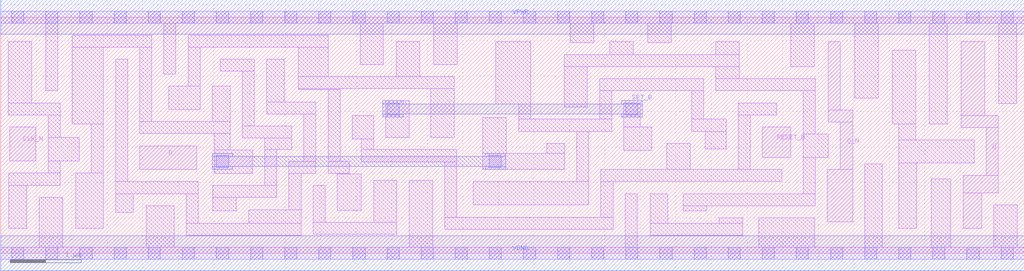
<source format=lef>
# Copyright 2020 The SkyWater PDK Authors
#
# Licensed under the Apache License, Version 2.0 (the "License");
# you may not use this file except in compliance with the License.
# You may obtain a copy of the License at
#
#     https://www.apache.org/licenses/LICENSE-2.0
#
# Unless required by applicable law or agreed to in writing, software
# distributed under the License is distributed on an "AS IS" BASIS,
# WITHOUT WARRANTIES OR CONDITIONS OF ANY KIND, either express or implied.
# See the License for the specific language governing permissions and
# limitations under the License.
#
# SPDX-License-Identifier: Apache-2.0

VERSION 5.5 ;
NAMESCASESENSITIVE ON ;
BUSBITCHARS "[]" ;
DIVIDERCHAR "/" ;
MACRO sky130_fd_sc_ls__dfbbn_2
  CLASS CORE ;
  SOURCE USER ;
  ORIGIN  0.000000  0.000000 ;
  SIZE  14.40000 BY  3.330000 ;
  SYMMETRY X Y ;
  SITE unit ;
  PIN D
    ANTENNAGATEAREA  0.126000 ;
    DIRECTION INPUT ;
    USE SIGNAL ;
    PORT
      LAYER li1 ;
        RECT 1.955000 1.180000 2.755000 1.510000 ;
    END
  END D
  PIN Q
    ANTENNADIFFAREA  0.543200 ;
    DIRECTION OUTPUT ;
    USE SIGNAL ;
    PORT
      LAYER li1 ;
        RECT 13.515000 1.770000 14.035000 1.940000 ;
        RECT 13.515000 1.940000 13.845000 2.980000 ;
        RECT 13.540000 0.350000 13.800000 0.850000 ;
        RECT 13.540000 0.850000 14.035000 1.100000 ;
        RECT 13.865000 1.100000 14.035000 1.770000 ;
    END
  END Q
  PIN Q_N
    ANTENNADIFFAREA  0.543200 ;
    DIRECTION OUTPUT ;
    USE SIGNAL ;
    PORT
      LAYER li1 ;
        RECT 11.630000 0.440000 11.985000 1.180000 ;
        RECT 11.645000 1.850000 11.985000 2.020000 ;
        RECT 11.645000 2.020000 11.815000 2.980000 ;
        RECT 11.815000 1.180000 11.985000 1.850000 ;
    END
  END Q_N
  PIN RESET_B
    ANTENNAGATEAREA  0.159000 ;
    DIRECTION INPUT ;
    USE SIGNAL ;
    PORT
      LAYER li1 ;
        RECT 10.715000 1.350000 11.115000 1.780000 ;
    END
  END RESET_B
  PIN SET_B
    ANTENNAPARTIALMETALSIDEAREA  2.541000 ;
    DIRECTION INPUT ;
    USE SIGNAL ;
    PORT
      LAYER met1 ;
        RECT 5.375000 1.920000 5.665000 1.965000 ;
        RECT 5.375000 1.965000 9.025000 2.105000 ;
        RECT 5.375000 2.105000 5.665000 2.150000 ;
        RECT 8.735000 1.920000 9.025000 1.965000 ;
        RECT 8.735000 2.105000 9.025000 2.150000 ;
    END
  END SET_B
  PIN CLK_N
    ANTENNAGATEAREA  0.279000 ;
    DIRECTION INPUT ;
    USE CLOCK ;
    PORT
      LAYER li1 ;
        RECT 0.125000 1.300000 0.495000 1.780000 ;
    END
  END CLK_N
  PIN VGND
    DIRECTION INOUT ;
    SHAPE ABUTMENT ;
    USE GROUND ;
    PORT
      LAYER met1 ;
        RECT 0.000000 -0.245000 14.400000 0.245000 ;
    END
  END VGND
  PIN VNB
    DIRECTION INOUT ;
    USE GROUND ;
    PORT
    END
  END VNB
  PIN VPB
    DIRECTION INOUT ;
    USE POWER ;
    PORT
    END
  END VPB
  PIN VPWR
    DIRECTION INOUT ;
    SHAPE ABUTMENT ;
    USE POWER ;
    PORT
      LAYER met1 ;
        RECT 0.000000 3.085000 14.400000 3.575000 ;
    END
  END VPWR
  OBS
    LAYER li1 ;
      RECT  0.000000 -0.085000 14.400000 0.085000 ;
      RECT  0.000000  3.245000 14.400000 3.415000 ;
      RECT  0.105000  1.950000  0.835000 2.120000 ;
      RECT  0.105000  2.120000  0.435000 2.980000 ;
      RECT  0.115000  0.350000  0.365000 0.960000 ;
      RECT  0.115000  0.960000  0.835000 1.130000 ;
      RECT  0.545000  0.085000  0.875000 0.790000 ;
      RECT  0.635000  2.290000  0.805000 3.245000 ;
      RECT  0.665000  1.130000  0.835000 1.300000 ;
      RECT  0.665000  1.300000  1.105000 1.630000 ;
      RECT  0.665000  1.630000  0.835000 1.950000 ;
      RECT  1.005000  1.820000  1.445000 2.905000 ;
      RECT  1.005000  2.905000  2.125000 3.075000 ;
      RECT  1.055000  0.350000  1.445000 1.130000 ;
      RECT  1.275000  1.130000  1.445000 1.820000 ;
      RECT  1.615000  0.575000  1.865000 0.840000 ;
      RECT  1.615000  0.840000  2.780000 1.010000 ;
      RECT  1.615000  1.010000  1.785000 2.735000 ;
      RECT  1.955000  1.685000  3.230000 1.855000 ;
      RECT  1.955000  1.855000  2.125000 2.905000 ;
      RECT  2.045000  0.085000  2.440000 0.670000 ;
      RECT  2.295000  2.525000  2.465000 3.245000 ;
      RECT  2.365000  2.025000  2.805000 2.355000 ;
      RECT  2.610000  0.255000  4.225000 0.425000 ;
      RECT  2.610000  0.425000  2.780000 0.840000 ;
      RECT  2.635000  2.355000  2.805000 2.905000 ;
      RECT  2.635000  2.905000  4.605000 3.075000 ;
      RECT  2.975000  1.855000  3.230000 2.355000 ;
      RECT  2.980000  0.595000  3.310000 0.785000 ;
      RECT  2.980000  0.785000  3.885000 0.955000 ;
      RECT  3.005000  1.125000  3.545000 1.455000 ;
      RECT  3.005000  1.455000  3.230000 1.685000 ;
      RECT  3.085000  2.565000  3.570000 2.735000 ;
      RECT  3.400000  1.625000  4.095000 1.795000 ;
      RECT  3.400000  1.795000  3.570000 2.565000 ;
      RECT  3.490000  0.425000  4.225000 0.615000 ;
      RECT  3.715000  0.955000  3.885000 1.465000 ;
      RECT  3.715000  1.465000  4.095000 1.625000 ;
      RECT  3.740000  1.965000  4.435000 2.135000 ;
      RECT  3.740000  2.135000  3.990000 2.735000 ;
      RECT  4.055000  0.615000  4.225000 1.125000 ;
      RECT  4.055000  1.125000  4.435000 1.295000 ;
      RECT  4.185000  2.305000  4.775000 2.320000 ;
      RECT  4.185000  2.320000  6.380000 2.490000 ;
      RECT  4.185000  2.490000  4.605000 2.905000 ;
      RECT  4.265000  1.295000  4.435000 1.965000 ;
      RECT  4.395000  0.265000  5.575000 0.435000 ;
      RECT  4.395000  0.435000  4.565000 0.955000 ;
      RECT  4.605000  1.125000  4.905000 1.295000 ;
      RECT  4.605000  1.295000  4.775000 2.305000 ;
      RECT  4.735000  0.605000  5.075000 1.120000 ;
      RECT  4.735000  1.120000  4.905000 1.125000 ;
      RECT  4.945000  1.610000  5.245000 1.940000 ;
      RECT  5.055000  2.660000  5.385000 3.245000 ;
      RECT  5.075000  1.290000  6.415000 1.460000 ;
      RECT  5.075000  1.460000  5.245000 1.610000 ;
      RECT  5.245000  0.435000  5.575000 1.025000 ;
      RECT  5.415000  1.630000  5.745000 2.150000 ;
      RECT  5.565000  2.490000  5.895000 2.980000 ;
      RECT  5.745000  0.085000  6.075000 1.025000 ;
      RECT  6.050000  1.630000  6.380000 2.320000 ;
      RECT  6.095000  2.660000  6.425000 3.245000 ;
      RECT  6.245000  0.340000  8.615000 0.510000 ;
      RECT  6.245000  0.510000  6.415000 1.290000 ;
      RECT  6.650000  0.680000  8.275000 1.010000 ;
      RECT  6.785000  1.180000  7.935000 1.410000 ;
      RECT  6.785000  1.410000  7.115000 1.910000 ;
      RECT  6.965000  2.100000  7.455000 2.980000 ;
      RECT  7.285000  1.720000  8.595000 1.890000 ;
      RECT  7.285000  1.890000  7.455000 2.100000 ;
      RECT  7.685000  1.410000  7.935000 1.550000 ;
      RECT  7.925000  2.060000  8.255000 2.630000 ;
      RECT  7.925000  2.630000 10.390000 2.800000 ;
      RECT  8.010000  2.970000  8.340000 3.245000 ;
      RECT  8.105000  1.010000  8.275000 1.720000 ;
      RECT  8.425000  1.890000  8.595000 2.290000 ;
      RECT  8.425000  2.290000  9.890000 2.460000 ;
      RECT  8.445000  0.510000  8.615000 1.010000 ;
      RECT  8.445000  1.010000 10.990000 1.180000 ;
      RECT  8.570000  2.800000  8.900000 2.980000 ;
      RECT  8.765000  1.450000  9.160000 1.780000 ;
      RECT  8.765000  1.780000  8.995000 2.120000 ;
      RECT  8.785000  0.085000  8.955000 0.840000 ;
      RECT  9.105000  2.970000  9.435000 3.245000 ;
      RECT  9.135000  0.255000 10.440000 0.425000 ;
      RECT  9.135000  0.425000  9.385000 0.840000 ;
      RECT  9.370000  1.180000  9.700000 1.550000 ;
      RECT  9.605000  0.595000  9.935000 0.670000 ;
      RECT  9.605000  0.670000 11.460000 0.840000 ;
      RECT  9.720000  1.720000 10.205000 1.890000 ;
      RECT  9.720000  1.890000  9.890000 2.290000 ;
      RECT  9.910000  1.470000 10.205000 1.720000 ;
      RECT 10.060000  2.290000 11.460000 2.460000 ;
      RECT 10.060000  2.460000 10.390000 2.630000 ;
      RECT 10.060000  2.800000 10.390000 2.980000 ;
      RECT 10.110000  0.425000 10.440000 0.500000 ;
      RECT 10.375000  1.180000 10.545000 1.950000 ;
      RECT 10.375000  1.950000 10.920000 2.120000 ;
      RECT 10.665000  0.085000 11.450000 0.500000 ;
      RECT 11.115000  2.630000 11.445000 3.245000 ;
      RECT 11.290000  0.840000 11.460000 1.350000 ;
      RECT 11.290000  1.350000 11.645000 1.680000 ;
      RECT 11.290000  1.680000 11.460000 2.290000 ;
      RECT 12.015000  2.190000 12.345000 3.245000 ;
      RECT 12.155000  0.085000 12.405000 1.260000 ;
      RECT 12.545000  1.820000 12.875000 2.860000 ;
      RECT 12.635000  0.350000 12.885000 1.270000 ;
      RECT 12.635000  1.270000 13.695000 1.600000 ;
      RECT 12.635000  1.600000 12.875000 1.820000 ;
      RECT 13.065000  1.820000 13.315000 3.245000 ;
      RECT 13.095000  0.085000 13.370000 1.050000 ;
      RECT 13.970000  0.085000 14.300000 0.680000 ;
      RECT 14.045000  2.110000 14.295000 3.245000 ;
    LAYER mcon ;
      RECT  0.155000 -0.085000  0.325000 0.085000 ;
      RECT  0.155000  3.245000  0.325000 3.415000 ;
      RECT  0.635000 -0.085000  0.805000 0.085000 ;
      RECT  0.635000  3.245000  0.805000 3.415000 ;
      RECT  1.115000 -0.085000  1.285000 0.085000 ;
      RECT  1.115000  3.245000  1.285000 3.415000 ;
      RECT  1.595000 -0.085000  1.765000 0.085000 ;
      RECT  1.595000  3.245000  1.765000 3.415000 ;
      RECT  2.075000 -0.085000  2.245000 0.085000 ;
      RECT  2.075000  3.245000  2.245000 3.415000 ;
      RECT  2.555000 -0.085000  2.725000 0.085000 ;
      RECT  2.555000  3.245000  2.725000 3.415000 ;
      RECT  3.035000 -0.085000  3.205000 0.085000 ;
      RECT  3.035000  1.210000  3.205000 1.380000 ;
      RECT  3.035000  3.245000  3.205000 3.415000 ;
      RECT  3.515000 -0.085000  3.685000 0.085000 ;
      RECT  3.515000  3.245000  3.685000 3.415000 ;
      RECT  3.995000 -0.085000  4.165000 0.085000 ;
      RECT  3.995000  3.245000  4.165000 3.415000 ;
      RECT  4.475000 -0.085000  4.645000 0.085000 ;
      RECT  4.475000  3.245000  4.645000 3.415000 ;
      RECT  4.955000 -0.085000  5.125000 0.085000 ;
      RECT  4.955000  3.245000  5.125000 3.415000 ;
      RECT  5.435000 -0.085000  5.605000 0.085000 ;
      RECT  5.435000  1.950000  5.605000 2.120000 ;
      RECT  5.435000  3.245000  5.605000 3.415000 ;
      RECT  5.915000 -0.085000  6.085000 0.085000 ;
      RECT  5.915000  3.245000  6.085000 3.415000 ;
      RECT  6.395000 -0.085000  6.565000 0.085000 ;
      RECT  6.395000  3.245000  6.565000 3.415000 ;
      RECT  6.875000 -0.085000  7.045000 0.085000 ;
      RECT  6.875000  1.210000  7.045000 1.380000 ;
      RECT  6.875000  3.245000  7.045000 3.415000 ;
      RECT  7.355000 -0.085000  7.525000 0.085000 ;
      RECT  7.355000  3.245000  7.525000 3.415000 ;
      RECT  7.835000 -0.085000  8.005000 0.085000 ;
      RECT  7.835000  3.245000  8.005000 3.415000 ;
      RECT  8.315000 -0.085000  8.485000 0.085000 ;
      RECT  8.315000  3.245000  8.485000 3.415000 ;
      RECT  8.795000 -0.085000  8.965000 0.085000 ;
      RECT  8.795000  1.950000  8.965000 2.120000 ;
      RECT  8.795000  3.245000  8.965000 3.415000 ;
      RECT  9.275000 -0.085000  9.445000 0.085000 ;
      RECT  9.275000  3.245000  9.445000 3.415000 ;
      RECT  9.755000 -0.085000  9.925000 0.085000 ;
      RECT  9.755000  3.245000  9.925000 3.415000 ;
      RECT 10.235000 -0.085000 10.405000 0.085000 ;
      RECT 10.235000  3.245000 10.405000 3.415000 ;
      RECT 10.715000 -0.085000 10.885000 0.085000 ;
      RECT 10.715000  3.245000 10.885000 3.415000 ;
      RECT 11.195000 -0.085000 11.365000 0.085000 ;
      RECT 11.195000  3.245000 11.365000 3.415000 ;
      RECT 11.675000 -0.085000 11.845000 0.085000 ;
      RECT 11.675000  3.245000 11.845000 3.415000 ;
      RECT 12.155000 -0.085000 12.325000 0.085000 ;
      RECT 12.155000  3.245000 12.325000 3.415000 ;
      RECT 12.635000 -0.085000 12.805000 0.085000 ;
      RECT 12.635000  3.245000 12.805000 3.415000 ;
      RECT 13.115000 -0.085000 13.285000 0.085000 ;
      RECT 13.115000  3.245000 13.285000 3.415000 ;
      RECT 13.595000 -0.085000 13.765000 0.085000 ;
      RECT 13.595000  3.245000 13.765000 3.415000 ;
      RECT 14.075000 -0.085000 14.245000 0.085000 ;
      RECT 14.075000  3.245000 14.245000 3.415000 ;
    LAYER met1 ;
      RECT 2.975000 1.180000 3.265000 1.225000 ;
      RECT 2.975000 1.225000 7.105000 1.365000 ;
      RECT 2.975000 1.365000 3.265000 1.410000 ;
      RECT 6.815000 1.180000 7.105000 1.225000 ;
      RECT 6.815000 1.365000 7.105000 1.410000 ;
  END
END sky130_fd_sc_ls__dfbbn_2
END LIBRARY

</source>
